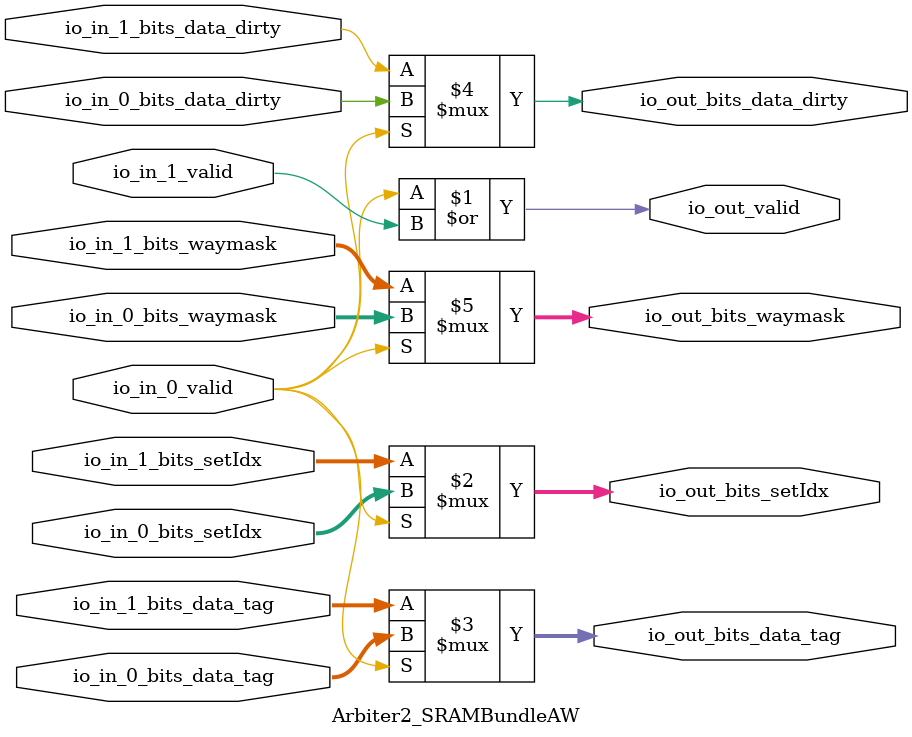
<source format=sv>
`ifndef RANDOMIZE
  `ifdef RANDOMIZE_MEM_INIT
    `define RANDOMIZE
  `endif // RANDOMIZE_MEM_INIT
`endif // not def RANDOMIZE
`ifndef RANDOMIZE
  `ifdef RANDOMIZE_REG_INIT
    `define RANDOMIZE
  `endif // RANDOMIZE_REG_INIT
`endif // not def RANDOMIZE

`ifndef RANDOM
  `define RANDOM $random
`endif // not def RANDOM

// Users can define INIT_RANDOM as general code that gets injected into the
// initializer block for modules with registers.
`ifndef INIT_RANDOM
  `define INIT_RANDOM
`endif // not def INIT_RANDOM

// If using random initialization, you can also define RANDOMIZE_DELAY to
// customize the delay used, otherwise 0.002 is used.
`ifndef RANDOMIZE_DELAY
  `define RANDOMIZE_DELAY 0.002
`endif // not def RANDOMIZE_DELAY

// Define INIT_RANDOM_PROLOG_ for use in our modules below.
`ifndef INIT_RANDOM_PROLOG_
  `ifdef RANDOMIZE
    `ifdef VERILATOR
      `define INIT_RANDOM_PROLOG_ `INIT_RANDOM
    `else  // VERILATOR
      `define INIT_RANDOM_PROLOG_ `INIT_RANDOM #`RANDOMIZE_DELAY begin end
    `endif // VERILATOR
  `else  // RANDOMIZE
    `define INIT_RANDOM_PROLOG_
  `endif // RANDOMIZE
`endif // not def INIT_RANDOM_PROLOG_

// Include register initializers in init blocks unless synthesis is set
`ifndef SYNTHESIS
  `ifndef ENABLE_INITIAL_REG_
    `define ENABLE_INITIAL_REG_
  `endif // not def ENABLE_INITIAL_REG_
`endif // not def SYNTHESIS

// Include rmemory initializers in init blocks unless synthesis is set
`ifndef SYNTHESIS
  `ifndef ENABLE_INITIAL_MEM_
    `define ENABLE_INITIAL_MEM_
  `endif // not def ENABLE_INITIAL_MEM_
`endif // not def SYNTHESIS

// Standard header to adapt well known macros for prints and assertions.

// Users can define 'ASSERT_VERBOSE_COND' to add an extra gate to assert error printing.
`ifndef ASSERT_VERBOSE_COND_
  `ifdef ASSERT_VERBOSE_COND
    `define ASSERT_VERBOSE_COND_ (`ASSERT_VERBOSE_COND)
  `else  // ASSERT_VERBOSE_COND
    `define ASSERT_VERBOSE_COND_ 1
  `endif // ASSERT_VERBOSE_COND
`endif // not def ASSERT_VERBOSE_COND_

// Users can define 'STOP_COND' to add an extra gate to stop conditions.
`ifndef STOP_COND_
  `ifdef STOP_COND
    `define STOP_COND_ (`STOP_COND)
  `else  // STOP_COND
    `define STOP_COND_ 1
  `endif // STOP_COND
`endif // not def STOP_COND_

module Arbiter2_SRAMBundleAW(	// src/main/scala/chisel3/util/Arbiter.scala:133:7
  input         io_in_0_valid,	// src/main/scala/chisel3/util/Arbiter.scala:140:14
  input  [6:0]  io_in_0_bits_setIdx,	// src/main/scala/chisel3/util/Arbiter.scala:140:14
  input  [18:0] io_in_0_bits_data_tag,	// src/main/scala/chisel3/util/Arbiter.scala:140:14
  input         io_in_0_bits_data_dirty,	// src/main/scala/chisel3/util/Arbiter.scala:140:14
  input  [3:0]  io_in_0_bits_waymask,	// src/main/scala/chisel3/util/Arbiter.scala:140:14
  input         io_in_1_valid,	// src/main/scala/chisel3/util/Arbiter.scala:140:14
  input  [6:0]  io_in_1_bits_setIdx,	// src/main/scala/chisel3/util/Arbiter.scala:140:14
  input  [18:0] io_in_1_bits_data_tag,	// src/main/scala/chisel3/util/Arbiter.scala:140:14
  input         io_in_1_bits_data_dirty,	// src/main/scala/chisel3/util/Arbiter.scala:140:14
  input  [3:0]  io_in_1_bits_waymask,	// src/main/scala/chisel3/util/Arbiter.scala:140:14
  output        io_out_valid,	// src/main/scala/chisel3/util/Arbiter.scala:140:14
  output [6:0]  io_out_bits_setIdx,	// src/main/scala/chisel3/util/Arbiter.scala:140:14
  output [18:0] io_out_bits_data_tag,	// src/main/scala/chisel3/util/Arbiter.scala:140:14
  output        io_out_bits_data_dirty,	// src/main/scala/chisel3/util/Arbiter.scala:140:14
  output [3:0]  io_out_bits_waymask	// src/main/scala/chisel3/util/Arbiter.scala:140:14
);

  assign io_out_valid = io_in_0_valid | io_in_1_valid;	// src/main/scala/chisel3/util/Arbiter.scala:133:7, :154:31
  assign io_out_bits_setIdx = io_in_0_valid ? io_in_0_bits_setIdx : io_in_1_bits_setIdx;	// src/main/scala/chisel3/util/Arbiter.scala:133:7, :143:15, :145:26, :147:19
  assign io_out_bits_data_tag =
    io_in_0_valid ? io_in_0_bits_data_tag : io_in_1_bits_data_tag;	// src/main/scala/chisel3/util/Arbiter.scala:133:7, :143:15, :145:26, :147:19
  assign io_out_bits_data_dirty =
    io_in_0_valid ? io_in_0_bits_data_dirty : io_in_1_bits_data_dirty;	// src/main/scala/chisel3/util/Arbiter.scala:133:7, :143:15, :145:26, :147:19
  assign io_out_bits_waymask =
    io_in_0_valid ? io_in_0_bits_waymask : io_in_1_bits_waymask;	// src/main/scala/chisel3/util/Arbiter.scala:133:7, :143:15, :145:26, :147:19
endmodule


</source>
